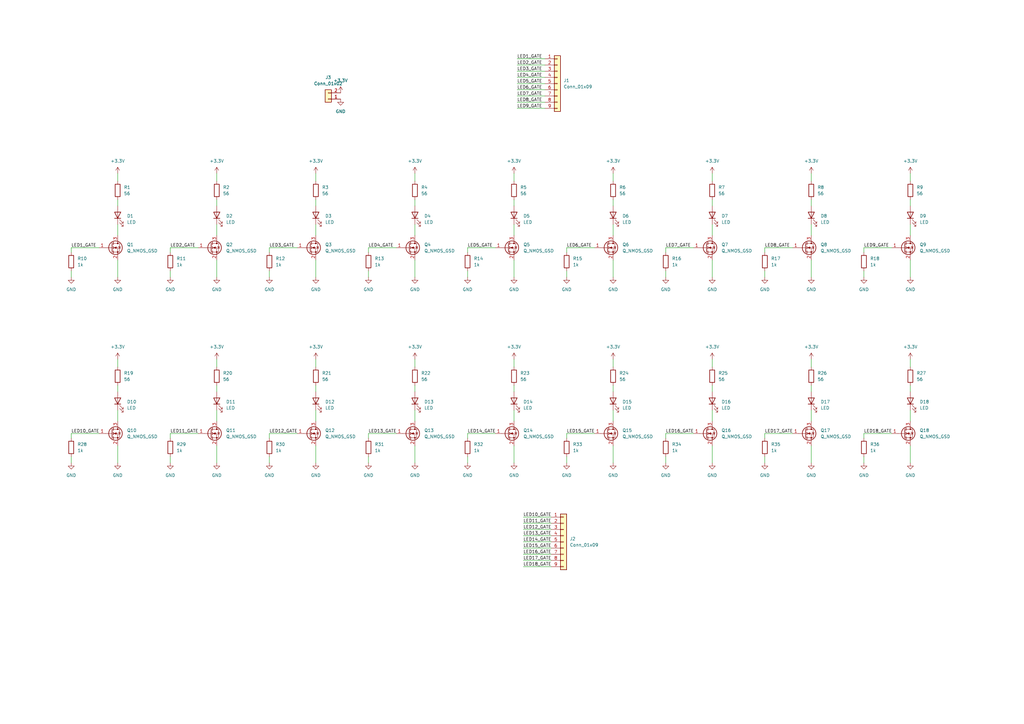
<source format=kicad_sch>
(kicad_sch (version 20231120) (generator "eeschema") (generator_version "8.0")
  (paper "A3")
  (lib_symbols
    (symbol "Connector_Generic:Conn_01x02" (pin_names (offset 1.016) hide)
      (property "Reference" "J" (at 0 2.54 0))
      (property "Value" "Conn_01x02" (at 0 -5.08 0))
      (symbol "Conn_01x02_1_1"
        (rectangle (start -1.27 -2.413) (end 0 -2.667) (stroke (width 0.1524)))
        (rectangle (start -1.27 0.127) (end 0 -0.127) (stroke (width 0.1524)))
        (rectangle (start -1.27 1.27) (end 1.27 -3.81) (stroke (width 0.254)) (fill (type background)))
        (pin passive line (at -5.08 0 0) (length 3.81) (name "Pin_1") (number "1"))
        (pin passive line (at -5.08 -2.54 0) (length 3.81) (name "Pin_2") (number "2"))
      )
    )
    (symbol "Connector_Generic:Conn_01x09" (pin_names (offset 1.016) hide)
      (property "Reference" "J" (at 0 12.7 0))
      (property "Value" "Conn_01x09" (at 0 -12.7 0))
      (symbol "Conn_01x09_1_1"
        (rectangle (start -1.27 -10.033) (end 0 -10.287) (stroke (width 0.1524)))
        (rectangle (start -1.27 -7.493) (end 0 -7.747) (stroke (width 0.1524)))
        (rectangle (start -1.27 -4.953) (end 0 -5.207) (stroke (width 0.1524)))
        (rectangle (start -1.27 -2.413) (end 0 -2.667) (stroke (width 0.1524)))
        (rectangle (start -1.27 0.127) (end 0 -0.127) (stroke (width 0.1524)))
        (rectangle (start -1.27 2.667) (end 0 2.413) (stroke (width 0.1524)))
        (rectangle (start -1.27 5.207) (end 0 4.953) (stroke (width 0.1524)))
        (rectangle (start -1.27 7.747) (end 0 7.493) (stroke (width 0.1524)))
        (rectangle (start -1.27 10.287) (end 0 10.033) (stroke (width 0.1524)))
        (rectangle (start -1.27 11.43) (end 1.27 -11.43) (stroke (width 0.254)) (fill (type background)))
        (pin passive line (at -5.08 10.16 0) (length 3.81) (name "Pin_1") (number "1"))
        (pin passive line (at -5.08 7.62 0) (length 3.81) (name "Pin_2") (number "2"))
        (pin passive line (at -5.08 5.08 0) (length 3.81) (name "Pin_3") (number "3"))
        (pin passive line (at -5.08 2.54 0) (length 3.81) (name "Pin_4") (number "4"))
        (pin passive line (at -5.08 0 0) (length 3.81) (name "Pin_5") (number "5"))
        (pin passive line (at -5.08 -2.54 0) (length 3.81) (name "Pin_6") (number "6"))
        (pin passive line (at -5.08 -5.08 0) (length 3.81) (name "Pin_7") (number "7"))
        (pin passive line (at -5.08 -7.62 0) (length 3.81) (name "Pin_8") (number "8"))
        (pin passive line (at -5.08 -10.16 0) (length 3.81) (name "Pin_9") (number "9"))
      )
    )
    (symbol "Device:LED" (pin_numbers hide) (pin_names (offset 1.016) hide)
      (property "Reference" "D" (at 0 2.54 0))
      (property "Value" "LED" (at 0 -2.54 0))
      (symbol "LED_0_1"
        (polyline (pts (xy -1.27 -1.27) (xy -1.27 1.27)) (stroke (width 0.254)))
        (polyline (pts (xy -1.27 0) (xy 1.27 0)))
        (polyline (pts (xy 1.27 -1.27) (xy 1.27 1.27) (xy -1.27 0) (xy 1.27 -1.27)) (stroke (width 0.254)))
        (polyline (pts (xy -3.048 -0.762) (xy -4.572 -2.286) (xy -3.81 -2.286) (xy -4.572 -2.286) (xy -4.572 -1.524)))
        (polyline (pts (xy -1.778 -0.762) (xy -3.302 -2.286) (xy -2.54 -2.286) (xy -3.302 -2.286) (xy -3.302 -1.524)))
      )
      (symbol "LED_1_1"
        (pin passive line (at -3.81 0 0) (length 2.54) (name "K") (number "1"))
        (pin passive line (at 3.81 0 180) (length 2.54) (name "A") (number "2"))
      )
    )
    (symbol "Device:Q_NMOS_GSD" (pin_names (offset 0) hide)
      (property "Reference" "Q" (at 5.08 1.27 0))
      (property "Value" "Q_NMOS_GSD" (at 5.08 -1.27 0))
      (symbol "Q_NMOS_GSD_0_1"
        (polyline (pts (xy 0.254 0) (xy -2.54 0)))
        (polyline (pts (xy 0.254 1.905) (xy 0.254 -1.905)) (stroke (width 0.254)))
        (polyline (pts (xy 0.762 -1.27) (xy 0.762 -2.286)) (stroke (width 0.254)))
        (polyline (pts (xy 0.762 0.508) (xy 0.762 -0.508)) (stroke (width 0.254)))
        (polyline (pts (xy 0.762 2.286) (xy 0.762 1.27)) (stroke (width 0.254)))
        (polyline (pts (xy 2.54 2.54) (xy 2.54 1.778)))
        (polyline (pts (xy 2.54 -2.54) (xy 2.54 0) (xy 0.762 0)))
        (polyline (pts (xy 0.762 -1.778) (xy 3.302 -1.778) (xy 3.302 1.778) (xy 0.762 1.778)))
        (polyline (pts (xy 1.016 0) (xy 2.032 0.381) (xy 2.032 -0.381) (xy 1.016 0)) (fill (type outline)))
        (polyline (pts (xy 2.794 0.508) (xy 2.921 0.381) (xy 3.683 0.381) (xy 3.81 0.254)))
        (polyline (pts (xy 3.302 0.381) (xy 2.921 -0.254) (xy 3.683 -0.254) (xy 3.302 0.381)))
        (circle (center 1.651 0) (radius 2.794) (stroke (width 0.254)))
        (circle (center 2.54 -1.778) (radius 0.254) (fill (type outline)))
        (circle (center 2.54 1.778) (radius 0.254) (fill (type outline)))
      )
      (symbol "Q_NMOS_GSD_1_1"
        (pin input line (at -5.08 0 0) (length 2.54) (name "G") (number "1"))
        (pin passive line (at 2.54 -5.08 90) (length 2.54) (name "S") (number "2"))
        (pin passive line (at 2.54 5.08 270) (length 2.54) (name "D") (number "3"))
      )
    )
    (symbol "Device:R" (pin_numbers hide) (pin_names (offset 0))
      (property "Reference" "R" (at 2.032 0 90))
      (property "Value" "R" (at 0 0 90))
      (symbol "R_0_1"
        (rectangle (start -1.016 -2.54) (end 1.016 2.54) (stroke (width 0.254)))
      )
      (symbol "R_1_1"
        (pin passive line (at 0 3.81 270) (length 1.27) (name "~") (number "1"))
        (pin passive line (at 0 -3.81 90) (length 1.27) (name "~") (number "2"))
      )
    )
    (symbol "power:+3.3V" (power) (pin_names (offset 0))
      (property "Value" "+3.3V" (at 0 3.556 0))
      (symbol "+3.3V_0_1"
        (polyline (pts (xy -0.762 1.27) (xy 0 2.54)))
        (polyline (pts (xy 0 0) (xy 0 2.54)))
        (polyline (pts (xy 0 2.54) (xy 0.762 1.27)))
      )
      (symbol "+3.3V_1_1"
        (pin power_in line (at 0 0 90) (length 0) hide (name "+3.3V") (number "1"))
      )
    )
    (symbol "power:GND" (power) (pin_names (offset 0))
      (property "Value" "GND" (at 0 -3.81 0))
      (symbol "GND_0_1"
        (polyline (pts (xy 0 0) (xy 0 -1.27) (xy 1.27 -1.27) (xy 0 -2.54) (xy -1.27 -1.27) (xy 0 -1.27)))
      )
      (symbol "GND_1_1"
        (pin power_in line (at 0 0 270) (length 0) hide (name "GND") (number "1"))
      )
    )
  )
  (wire (pts (xy 48.26 106.68) (xy 48.26 113.665)))
  (wire (pts (xy 88.9 147.32) (xy 88.9 150.495)))
  (wire (pts (xy 29.21 101.6) (xy 29.21 103.505)))
  (wire (pts (xy 129.54 92.075) (xy 129.54 96.52)))
  (wire (pts (xy 129.54 81.915) (xy 129.54 84.455)))
  (wire (pts (xy 151.13 101.6) (xy 162.56 101.6)))
  (wire (pts (xy 292.1 81.915) (xy 292.1 84.455)))
  (wire (pts (xy 354.33 187.325) (xy 354.33 189.865)))
  (wire (pts (xy 373.38 106.68) (xy 373.38 113.665)))
  (wire (pts (xy 373.38 158.115) (xy 373.38 160.655)))
  (wire (pts (xy 212.09 34.29) (xy 223.52 34.29)))
  (wire (pts (xy 170.18 81.915) (xy 170.18 84.455)))
  (wire (pts (xy 332.74 168.275) (xy 332.74 172.72)))
  (wire (pts (xy 292.1 158.115) (xy 292.1 160.655)))
  (wire (pts (xy 212.09 36.83) (xy 223.52 36.83)))
  (wire (pts (xy 292.1 92.075) (xy 292.1 96.52)))
  (wire (pts (xy 69.85 101.6) (xy 81.28 101.6)))
  (wire (pts (xy 313.69 187.325) (xy 313.69 189.865)))
  (wire (pts (xy 251.46 106.68) (xy 251.46 113.665)))
  (wire (pts (xy 214.63 229.87) (xy 226.06 229.87)))
  (wire (pts (xy 373.38 92.075) (xy 373.38 96.52)))
  (wire (pts (xy 373.38 147.32) (xy 373.38 150.495)))
  (wire (pts (xy 273.05 111.125) (xy 273.05 113.665)))
  (wire (pts (xy 273.05 177.8) (xy 284.48 177.8)))
  (wire (pts (xy 48.26 168.275) (xy 48.26 172.72)))
  (wire (pts (xy 151.13 177.8) (xy 151.13 179.705)))
  (wire (pts (xy 292.1 168.275) (xy 292.1 172.72)))
  (wire (pts (xy 48.26 182.88) (xy 48.26 189.865)))
  (wire (pts (xy 273.05 177.8) (xy 273.05 179.705)))
  (wire (pts (xy 251.46 92.075) (xy 251.46 96.52)))
  (wire (pts (xy 212.09 44.45) (xy 223.52 44.45)))
  (wire (pts (xy 110.49 177.8) (xy 110.49 179.705)))
  (wire (pts (xy 313.69 177.8) (xy 313.69 179.705)))
  (wire (pts (xy 151.13 111.125) (xy 151.13 113.665)))
  (wire (pts (xy 251.46 168.275) (xy 251.46 172.72)))
  (wire (pts (xy 214.63 212.09) (xy 226.06 212.09)))
  (wire (pts (xy 129.54 147.32) (xy 129.54 150.495)))
  (wire (pts (xy 191.77 187.325) (xy 191.77 189.865)))
  (wire (pts (xy 313.69 177.8) (xy 325.12 177.8)))
  (wire (pts (xy 88.9 92.075) (xy 88.9 96.52)))
  (wire (pts (xy 48.26 92.075) (xy 48.26 96.52)))
  (wire (pts (xy 232.41 187.325) (xy 232.41 189.865)))
  (wire (pts (xy 332.74 106.68) (xy 332.74 113.665)))
  (wire (pts (xy 332.74 92.075) (xy 332.74 96.52)))
  (wire (pts (xy 191.77 177.8) (xy 203.2 177.8)))
  (wire (pts (xy 214.63 222.25) (xy 226.06 222.25)))
  (wire (pts (xy 373.38 81.915) (xy 373.38 84.455)))
  (wire (pts (xy 251.46 71.12) (xy 251.46 74.295)))
  (wire (pts (xy 212.09 41.91) (xy 223.52 41.91)))
  (wire (pts (xy 214.63 224.79) (xy 226.06 224.79)))
  (wire (pts (xy 373.38 182.88) (xy 373.38 189.865)))
  (wire (pts (xy 210.82 106.68) (xy 210.82 113.665)))
  (wire (pts (xy 273.05 187.325) (xy 273.05 189.865)))
  (wire (pts (xy 151.13 101.6) (xy 151.13 103.505)))
  (wire (pts (xy 110.49 111.125) (xy 110.49 113.665)))
  (wire (pts (xy 110.49 101.6) (xy 110.49 103.505)))
  (wire (pts (xy 69.85 177.8) (xy 81.28 177.8)))
  (wire (pts (xy 354.33 101.6) (xy 365.76 101.6)))
  (wire (pts (xy 273.05 101.6) (xy 273.05 103.505)))
  (wire (pts (xy 29.21 187.325) (xy 29.21 189.865)))
  (wire (pts (xy 29.21 177.8) (xy 29.21 179.705)))
  (wire (pts (xy 110.49 101.6) (xy 121.92 101.6)))
  (wire (pts (xy 251.46 147.32) (xy 251.46 150.495)))
  (wire (pts (xy 88.9 168.275) (xy 88.9 172.72)))
  (wire (pts (xy 232.41 101.6) (xy 232.41 103.505)))
  (wire (pts (xy 170.18 182.88) (xy 170.18 189.865)))
  (wire (pts (xy 232.41 111.125) (xy 232.41 113.665)))
  (wire (pts (xy 313.69 101.6) (xy 325.12 101.6)))
  (wire (pts (xy 151.13 177.8) (xy 162.56 177.8)))
  (wire (pts (xy 251.46 182.88) (xy 251.46 189.865)))
  (wire (pts (xy 88.9 106.68) (xy 88.9 113.665)))
  (wire (pts (xy 332.74 158.115) (xy 332.74 160.655)))
  (wire (pts (xy 48.26 147.32) (xy 48.26 150.495)))
  (wire (pts (xy 210.82 147.32) (xy 210.82 150.495)))
  (wire (pts (xy 354.33 111.125) (xy 354.33 113.665)))
  (wire (pts (xy 214.63 227.33) (xy 226.06 227.33)))
  (wire (pts (xy 110.49 187.325) (xy 110.49 189.865)))
  (wire (pts (xy 110.49 177.8) (xy 121.92 177.8)))
  (wire (pts (xy 129.54 168.275) (xy 129.54 172.72)))
  (wire (pts (xy 129.54 182.88) (xy 129.54 189.865)))
  (wire (pts (xy 214.63 217.17) (xy 226.06 217.17)))
  (wire (pts (xy 251.46 158.115) (xy 251.46 160.655)))
  (wire (pts (xy 210.82 71.12) (xy 210.82 74.295)))
  (wire (pts (xy 292.1 147.32) (xy 292.1 150.495)))
  (wire (pts (xy 332.74 147.32) (xy 332.74 150.495)))
  (wire (pts (xy 151.13 187.325) (xy 151.13 189.865)))
  (wire (pts (xy 69.85 177.8) (xy 69.85 179.705)))
  (wire (pts (xy 210.82 81.915) (xy 210.82 84.455)))
  (wire (pts (xy 373.38 71.12) (xy 373.38 74.295)))
  (wire (pts (xy 191.77 101.6) (xy 203.2 101.6)))
  (wire (pts (xy 170.18 92.075) (xy 170.18 96.52)))
  (wire (pts (xy 354.33 177.8) (xy 365.76 177.8)))
  (wire (pts (xy 48.26 71.12) (xy 48.26 74.295)))
  (wire (pts (xy 313.69 101.6) (xy 313.69 103.505)))
  (wire (pts (xy 170.18 106.68) (xy 170.18 113.665)))
  (wire (pts (xy 210.82 168.275) (xy 210.82 172.72)))
  (wire (pts (xy 69.85 101.6) (xy 69.85 103.505)))
  (wire (pts (xy 48.26 81.915) (xy 48.26 84.455)))
  (wire (pts (xy 232.41 177.8) (xy 243.84 177.8)))
  (wire (pts (xy 210.82 158.115) (xy 210.82 160.655)))
  (wire (pts (xy 212.09 29.21) (xy 223.52 29.21)))
  (wire (pts (xy 373.38 168.275) (xy 373.38 172.72)))
  (wire (pts (xy 129.54 71.12) (xy 129.54 74.295)))
  (wire (pts (xy 191.77 111.125) (xy 191.77 113.665)))
  (wire (pts (xy 88.9 158.115) (xy 88.9 160.655)))
  (wire (pts (xy 232.41 177.8) (xy 232.41 179.705)))
  (wire (pts (xy 332.74 182.88) (xy 332.74 189.865)))
  (wire (pts (xy 170.18 71.12) (xy 170.18 74.295)))
  (wire (pts (xy 88.9 71.12) (xy 88.9 74.295)))
  (wire (pts (xy 210.82 182.88) (xy 210.82 189.865)))
  (wire (pts (xy 313.69 111.125) (xy 313.69 113.665)))
  (wire (pts (xy 170.18 168.275) (xy 170.18 172.72)))
  (wire (pts (xy 292.1 182.88) (xy 292.1 189.865)))
  (wire (pts (xy 88.9 182.88) (xy 88.9 189.865)))
  (wire (pts (xy 170.18 147.32) (xy 170.18 150.495)))
  (wire (pts (xy 273.05 101.6) (xy 284.48 101.6)))
  (wire (pts (xy 29.21 111.125) (xy 29.21 113.665)))
  (wire (pts (xy 214.63 219.71) (xy 226.06 219.71)))
  (wire (pts (xy 129.54 106.68) (xy 129.54 113.665)))
  (wire (pts (xy 210.82 92.075) (xy 210.82 96.52)))
  (wire (pts (xy 69.85 187.325) (xy 69.85 189.865)))
  (wire (pts (xy 214.63 214.63) (xy 226.06 214.63)))
  (wire (pts (xy 170.18 158.115) (xy 170.18 160.655)))
  (wire (pts (xy 354.33 177.8) (xy 354.33 179.705)))
  (wire (pts (xy 191.77 101.6) (xy 191.77 103.505)))
  (wire (pts (xy 292.1 106.68) (xy 292.1 113.665)))
  (wire (pts (xy 191.77 177.8) (xy 191.77 179.705)))
  (wire (pts (xy 332.74 71.12) (xy 332.74 74.295)))
  (wire (pts (xy 129.54 158.115) (xy 129.54 160.655)))
  (wire (pts (xy 88.9 81.915) (xy 88.9 84.455)))
  (wire (pts (xy 332.74 81.915) (xy 332.74 84.455)))
  (wire (pts (xy 292.1 71.12) (xy 292.1 74.295)))
  (wire (pts (xy 29.21 177.8) (xy 40.64 177.8)))
  (wire (pts (xy 29.21 101.6) (xy 40.64 101.6)))
  (wire (pts (xy 212.09 39.37) (xy 223.52 39.37)))
  (wire (pts (xy 48.26 158.115) (xy 48.26 160.655)))
  (wire (pts (xy 251.46 81.915) (xy 251.46 84.455)))
  (wire (pts (xy 354.33 101.6) (xy 354.33 103.505)))
  (wire (pts (xy 212.09 26.67) (xy 223.52 26.67)))
  (wire (pts (xy 69.85 111.125) (xy 69.85 113.665)))
  (wire (pts (xy 214.63 232.41) (xy 226.06 232.41)))
  (wire (pts (xy 212.09 31.75) (xy 223.52 31.75)))
  (wire (pts (xy 232.41 101.6) (xy 243.84 101.6)))
  (wire (pts (xy 212.09 24.13) (xy 223.52 24.13)))
  (label "LED11_GATE" (at 69.85 177.8 0))
  (label "LED3_GATE" (at 110.49 101.6 0))
  (label "LED5_GATE" (at 191.77 101.6 0))
  (label "LED4_GATE" (at 151.13 101.6 0))
  (label "LED12_GATE" (at 110.49 177.8 0))
  (label "LED15_GATE" (at 232.41 177.8 0))
  (label "LED9_GATE" (at 212.09 44.45 0))
  (label "LED11_GATE" (at 214.63 214.63 0))
  (label "LED2_GATE" (at 212.09 26.67 0))
  (label "LED7_GATE" (at 273.05 101.6 0))
  (label "LED8_GATE" (at 212.09 41.91 0))
  (label "LED4_GATE" (at 212.09 31.75 0))
  (label "LED3_GATE" (at 212.09 29.21 0))
  (label "LED14_GATE" (at 191.77 177.8 0))
  (label "LED12_GATE" (at 214.63 217.17 0))
  (label "LED6_GATE" (at 232.41 101.6 0))
  (label "LED15_GATE" (at 214.63 224.79 0))
  (label "LED18_GATE" (at 354.33 177.8 0))
  (label "LED10_GATE" (at 214.63 212.09 0))
  (label "LED13_GATE" (at 214.63 219.71 0))
  (label "LED1_GATE" (at 29.21 101.6 0))
  (label "LED13_GATE" (at 151.13 177.8 0))
  (label "LED7_GATE" (at 212.09 39.37 0))
  (label "LED17_GATE" (at 214.63 229.87 0))
  (label "LED18_GATE" (at 214.63 232.41 0))
  (label "LED9_GATE" (at 354.33 101.6 0))
  (label "LED1_GATE" (at 212.09 24.13 0))
  (label "LED5_GATE" (at 212.09 34.29 0))
  (label "LED8_GATE" (at 313.69 101.6 0))
  (label "LED14_GATE" (at 214.63 222.25 0))
  (label "LED2_GATE" (at 69.85 101.6 0))
  (label "LED16_GATE" (at 214.63 227.33 0))
  (label "LED10_GATE" (at 29.21 177.8 0))
  (label "LED16_GATE" (at 273.05 177.8 0))
  (label "LED17_GATE" (at 313.69 177.8 0))
  (label "LED6_GATE" (at 212.09 36.83 0))
  (symbol (lib_id "Device:R") (at 210.82 154.305 0) (unit 1)
    (property "Reference" "R23" (at 213.36 153.0349 0) (effects (justify left)))
    (property "Value" "56" (at 213.36 155.5749 0) (effects (justify left)))
    (property "Footprint" "Resistor_SMD:R_0402_1005Metric" (effects (hide yes)))
    (property "LCSC" "C25173" (effects (hide yes)))
  )
  (symbol (lib_id "power:GND") (at 48.26 113.665 0) (unit 1)
    (property "Reference" "#PWR013" (effects (hide yes)))
    (property "Value" "GND" (at 48.26 118.745 0))
  )
  (symbol (lib_id "power:GND") (at 88.9 113.665 0) (unit 1)
    (property "Reference" "#PWR015" (effects (hide yes)))
    (property "Value" "GND" (at 88.9 118.745 0))
  )
  (symbol (lib_id "power:GND") (at 88.9 189.865 0) (unit 1)
    (property "Reference" "#PWR042" (effects (hide yes)))
    (property "Value" "GND" (at 88.9 194.945 0))
  )
  (symbol (lib_id "power:GND") (at 110.49 189.865 0) (unit 1)
    (property "Reference" "#PWR043" (effects (hide yes)))
    (property "Value" "GND" (at 110.49 194.945 0))
  )
  (symbol (lib_id "power:+3.3V") (at 129.54 71.12 0) (unit 1)
    (property "Reference" "#PWR05" (effects (hide yes)))
    (property "Value" "+3.3V" (at 129.54 66.04 0))
  )
  (symbol (lib_id "Device:R") (at 110.49 183.515 0) (unit 1)
    (property "Reference" "R30" (at 113.03 182.2449 0) (effects (justify left)))
    (property "Value" "1k" (at 113.03 184.7849 0) (effects (justify left)))
    (property "Footprint" "Resistor_SMD:R_0402_1005Metric" (effects (hide yes)))
    (property "LCSC" "C25543" (effects (hide yes)))
  )
  (symbol (lib_id "Device:LED") (at 170.18 88.265 90) (unit 1)
    (property "Reference" "D4" (at 173.99 88.5824 90) (effects (justify right)))
    (property "Value" "LED" (at 173.99 91.1224 90) (effects (justify right)))
    (property "Footprint" "LED_SMD:LED_0603_1608Metric" (effects (hide yes)))
    (property "LCSC" "C965798" (effects (hide yes)))
  )
  (symbol (lib_id "power:+3.3V") (at 373.38 71.12 0) (unit 1)
    (property "Reference" "#PWR011" (effects (hide yes)))
    (property "Value" "+3.3V" (at 373.38 66.04 0))
  )
  (symbol (lib_id "power:GND") (at 170.18 113.665 0) (unit 1)
    (property "Reference" "#PWR019" (effects (hide yes)))
    (property "Value" "GND" (at 170.18 118.745 0))
  )
  (symbol (lib_id "power:+3.3V") (at 251.46 71.12 0) (unit 1)
    (property "Reference" "#PWR08" (effects (hide yes)))
    (property "Value" "+3.3V" (at 251.46 66.04 0))
  )
  (symbol (lib_id "power:GND") (at 373.38 189.865 0) (unit 1)
    (property "Reference" "#PWR056" (effects (hide yes)))
    (property "Value" "GND" (at 373.38 194.945 0))
  )
  (symbol (lib_id "Device:LED") (at 210.82 164.465 90) (unit 1)
    (property "Reference" "D14" (at 214.63 164.7824 90) (effects (justify right)))
    (property "Value" "LED" (at 214.63 167.3224 90) (effects (justify right)))
    (property "Footprint" "LED_SMD:LED_0603_1608Metric" (effects (hide yes)))
    (property "LCSC" "C965798" (effects (hide yes)))
  )
  (symbol (lib_id "Device:R") (at 232.41 107.315 0) (unit 1)
    (property "Reference" "R15" (at 234.95 106.0449 0) (effects (justify left)))
    (property "Value" "1k" (at 234.95 108.5849 0) (effects (justify left)))
    (property "Footprint" "Resistor_SMD:R_0402_1005Metric" (effects (hide yes)))
    (property "LCSC" "C25543" (effects (hide yes)))
  )
  (symbol (lib_id "power:GND") (at 48.26 189.865 0) (unit 1)
    (property "Reference" "#PWR040" (effects (hide yes)))
    (property "Value" "GND" (at 48.26 194.945 0))
  )
  (symbol (lib_id "power:+3.3V") (at 48.26 147.32 0) (unit 1)
    (property "Reference" "#PWR030" (effects (hide yes)))
    (property "Value" "+3.3V" (at 48.26 142.24 0))
  )
  (symbol (lib_id "power:GND") (at 210.82 113.665 0) (unit 1)
    (property "Reference" "#PWR021" (effects (hide yes)))
    (property "Value" "GND" (at 210.82 118.745 0))
  )
  (symbol (lib_id "power:GND") (at 373.38 113.665 0) (unit 1)
    (property "Reference" "#PWR029" (effects (hide yes)))
    (property "Value" "GND" (at 373.38 118.745 0))
  )
  (symbol (lib_id "power:GND") (at 292.1 113.665 0) (unit 1)
    (property "Reference" "#PWR025" (effects (hide yes)))
    (property "Value" "GND" (at 292.1 118.745 0))
  )
  (symbol (lib_id "Device:LED") (at 373.38 164.465 90) (unit 1)
    (property "Reference" "D18" (at 377.19 164.7824 90) (effects (justify right)))
    (property "Value" "LED" (at 377.19 167.3224 90) (effects (justify right)))
    (property "Footprint" "LED_SMD:LED_0603_1608Metric" (effects (hide yes)))
    (property "LCSC" "C965798" (effects (hide yes)))
  )
  (symbol (lib_id "power:GND") (at 354.33 113.665 0) (unit 1)
    (property "Reference" "#PWR028" (effects (hide yes)))
    (property "Value" "GND" (at 354.33 118.745 0))
  )
  (symbol (lib_id "power:GND") (at 332.74 113.665 0) (unit 1)
    (property "Reference" "#PWR027" (effects (hide yes)))
    (property "Value" "GND" (at 332.74 118.745 0))
  )
  (symbol (lib_id "Device:R") (at 129.54 154.305 0) (unit 1)
    (property "Reference" "R21" (at 132.08 153.0349 0) (effects (justify left)))
    (property "Value" "56" (at 132.08 155.5749 0) (effects (justify left)))
    (property "Footprint" "Resistor_SMD:R_0402_1005Metric" (effects (hide yes)))
    (property "LCSC" "C25173" (effects (hide yes)))
  )
  (symbol (lib_id "power:+3.3V") (at 210.82 147.32 0) (unit 1)
    (property "Reference" "#PWR034" (effects (hide yes)))
    (property "Value" "+3.3V" (at 210.82 142.24 0))
  )
  (symbol (lib_id "Device:Q_NMOS_GSD") (at 208.28 101.6 0) (unit 1)
    (property "Reference" "Q5" (at 214.63 100.3299 0) (effects (justify left)))
    (property "Value" "Q_NMOS_GSD" (at 214.63 102.8699 0) (effects (justify left)))
    (property "Footprint" "Package_TO_SOT_SMD:SOT-23" (effects (hide yes)))
    (property "LCSC" "C2874697" (effects (hide yes)))
  )
  (symbol (lib_id "Device:LED") (at 251.46 164.465 90) (unit 1)
    (property "Reference" "D15" (at 255.27 164.7824 90) (effects (justify right)))
    (property "Value" "LED" (at 255.27 167.3224 90) (effects (justify right)))
    (property "Footprint" "LED_SMD:LED_0603_1608Metric" (effects (hide yes)))
    (property "LCSC" "C965798" (effects (hide yes)))
  )
  (symbol (lib_id "power:+3.3V") (at 373.38 147.32 0) (unit 1)
    (property "Reference" "#PWR038" (effects (hide yes)))
    (property "Value" "+3.3V" (at 373.38 142.24 0))
  )
  (symbol (lib_id "Device:R") (at 29.21 107.315 0) (unit 1)
    (property "Reference" "R10" (at 31.75 106.0449 0) (effects (justify left)))
    (property "Value" "1k" (at 31.75 108.5849 0) (effects (justify left)))
    (property "Footprint" "Resistor_SMD:R_0402_1005Metric" (effects (hide yes)))
    (property "LCSC" "C25543" (effects (hide yes)))
  )
  (symbol (lib_id "Device:R") (at 129.54 78.105 0) (unit 1)
    (property "Reference" "R3" (at 132.08 76.8349 0) (effects (justify left)))
    (property "Value" "56" (at 132.08 79.3749 0) (effects (justify left)))
    (property "Footprint" "Resistor_SMD:R_0402_1005Metric" (effects (hide yes)))
    (property "LCSC" "C25173" (effects (hide yes)))
  )
  (symbol (lib_id "power:GND") (at 332.74 189.865 0) (unit 1)
    (property "Reference" "#PWR054" (effects (hide yes)))
    (property "Value" "GND" (at 332.74 194.945 0))
  )
  (symbol (lib_id "Device:Q_NMOS_GSD") (at 248.92 101.6 0) (unit 1)
    (property "Reference" "Q6" (at 255.27 100.3299 0) (effects (justify left)))
    (property "Value" "Q_NMOS_GSD" (at 255.27 102.8699 0) (effects (justify left)))
    (property "Footprint" "Package_TO_SOT_SMD:SOT-23" (effects (hide yes)))
    (property "LCSC" "C2874697" (effects (hide yes)))
  )
  (symbol (lib_id "Device:Q_NMOS_GSD") (at 370.84 101.6 0) (unit 1)
    (property "Reference" "Q9" (at 377.19 100.3299 0) (effects (justify left)))
    (property "Value" "Q_NMOS_GSD" (at 377.19 102.8699 0) (effects (justify left)))
    (property "Footprint" "Package_TO_SOT_SMD:SOT-23" (effects (hide yes)))
    (property "LCSC" "C2874697" (effects (hide yes)))
  )
  (symbol (lib_id "power:GND") (at 251.46 189.865 0) (unit 1)
    (property "Reference" "#PWR050" (effects (hide yes)))
    (property "Value" "GND" (at 251.46 194.945 0))
  )
  (symbol (lib_id "power:GND") (at 69.85 189.865 0) (unit 1)
    (property "Reference" "#PWR041" (effects (hide yes)))
    (property "Value" "GND" (at 69.85 194.945 0))
  )
  (symbol (lib_id "Device:R") (at 170.18 154.305 0) (unit 1)
    (property "Reference" "R22" (at 172.72 153.0349 0) (effects (justify left)))
    (property "Value" "56" (at 172.72 155.5749 0) (effects (justify left)))
    (property "Footprint" "Resistor_SMD:R_0402_1005Metric" (effects (hide yes)))
    (property "LCSC" "C25173" (effects (hide yes)))
  )
  (symbol (lib_id "Device:R") (at 373.38 78.105 0) (unit 1)
    (property "Reference" "R9" (at 375.92 76.8349 0) (effects (justify left)))
    (property "Value" "56" (at 375.92 79.3749 0) (effects (justify left)))
    (property "Footprint" "Resistor_SMD:R_0402_1005Metric" (effects (hide yes)))
    (property "LCSC" "C25173" (effects (hide yes)))
  )
  (symbol (lib_id "Device:R") (at 292.1 154.305 0) (unit 1)
    (property "Reference" "R25" (at 294.64 153.0349 0) (effects (justify left)))
    (property "Value" "56" (at 294.64 155.5749 0) (effects (justify left)))
    (property "Footprint" "Resistor_SMD:R_0402_1005Metric" (effects (hide yes)))
    (property "LCSC" "C25173" (effects (hide yes)))
  )
  (symbol (lib_id "Device:LED") (at 129.54 88.265 90) (unit 1)
    (property "Reference" "D3" (at 133.35 88.5824 90) (effects (justify right)))
    (property "Value" "LED" (at 133.35 91.1224 90) (effects (justify right)))
    (property "Footprint" "LED_SMD:LED_0603_1608Metric" (effects (hide yes)))
    (property "LCSC" "C965798" (effects (hide yes)))
  )
  (symbol (lib_id "Device:LED") (at 292.1 164.465 90) (unit 1)
    (property "Reference" "D16" (at 295.91 164.7824 90) (effects (justify right)))
    (property "Value" "LED" (at 295.91 167.3224 90) (effects (justify right)))
    (property "Footprint" "LED_SMD:LED_0603_1608Metric" (effects (hide yes)))
    (property "LCSC" "C965798" (effects (hide yes)))
  )
  (symbol (lib_id "power:+3.3V") (at 292.1 71.12 0) (unit 1)
    (property "Reference" "#PWR09" (effects (hide yes)))
    (property "Value" "+3.3V" (at 292.1 66.04 0))
  )
  (symbol (lib_id "power:GND") (at 139.7 40.64 0) (unit 1)
    (property "Reference" "#PWR02" (effects (hide yes)))
    (property "Value" "GND" (at 139.7 45.72 0))
  )
  (symbol (lib_id "power:+3.3V") (at 332.74 147.32 0) (unit 1)
    (property "Reference" "#PWR037" (effects (hide yes)))
    (property "Value" "+3.3V" (at 332.74 142.24 0))
  )
  (symbol (lib_id "power:GND") (at 29.21 113.665 0) (unit 1)
    (property "Reference" "#PWR012" (effects (hide yes)))
    (property "Value" "GND" (at 29.21 118.745 0))
  )
  (symbol (lib_id "Device:Q_NMOS_GSD") (at 127 177.8 0) (unit 1)
    (property "Reference" "Q12" (at 133.35 176.5299 0) (effects (justify left)))
    (property "Value" "Q_NMOS_GSD" (at 133.35 179.0699 0) (effects (justify left)))
    (property "Footprint" "Package_TO_SOT_SMD:SOT-23" (effects (hide yes)))
    (property "LCSC" "C2874697" (effects (hide yes)))
  )
  (symbol (lib_id "Device:R") (at 110.49 107.315 0) (unit 1)
    (property "Reference" "R12" (at 113.03 106.0449 0) (effects (justify left)))
    (property "Value" "1k" (at 113.03 108.5849 0) (effects (justify left)))
    (property "Footprint" "Resistor_SMD:R_0402_1005Metric" (effects (hide yes)))
    (property "LCSC" "C25543" (effects (hide yes)))
  )
  (symbol (lib_id "Device:LED") (at 332.74 88.265 90) (unit 1)
    (property "Reference" "D8" (at 336.55 88.5824 90) (effects (justify right)))
    (property "Value" "LED" (at 336.55 91.1224 90) (effects (justify right)))
    (property "Footprint" "LED_SMD:LED_0603_1608Metric" (effects (hide yes)))
    (property "LCSC" "C965798" (effects (hide yes)))
  )
  (symbol (lib_id "power:GND") (at 110.49 113.665 0) (unit 1)
    (property "Reference" "#PWR016" (effects (hide yes)))
    (property "Value" "GND" (at 110.49 118.745 0))
  )
  (symbol (lib_id "Device:R") (at 251.46 78.105 0) (unit 1)
    (property "Reference" "R6" (at 254 76.8349 0) (effects (justify left)))
    (property "Value" "56" (at 254 79.3749 0) (effects (justify left)))
    (property "Footprint" "Resistor_SMD:R_0402_1005Metric" (effects (hide yes)))
    (property "LCSC" "C25173" (effects (hide yes)))
  )
  (symbol (lib_id "Connector_Generic:Conn_01x09") (at 228.6 34.29 0) (unit 1)
    (property "Reference" "J1" (at 231.14 33.0199 0) (effects (justify left)))
    (property "Value" "Conn_01x09" (at 231.14 35.5599 0) (effects (justify left)))
    (property "Footprint" "Connector_PinHeader_2.54mm:PinHeader_1x09_P2.54mm_Vertical" (effects (hide yes)))
  )
  (symbol (lib_id "Device:R") (at 332.74 78.105 0) (unit 1)
    (property "Reference" "R8" (at 335.28 76.8349 0) (effects (justify left)))
    (property "Value" "56" (at 335.28 79.3749 0) (effects (justify left)))
    (property "Footprint" "Resistor_SMD:R_0402_1005Metric" (effects (hide yes)))
    (property "LCSC" "C25173" (effects (hide yes)))
  )
  (symbol (lib_id "Device:R") (at 210.82 78.105 0) (unit 1)
    (property "Reference" "R5" (at 213.36 76.8349 0) (effects (justify left)))
    (property "Value" "56" (at 213.36 79.3749 0) (effects (justify left)))
    (property "Footprint" "Resistor_SMD:R_0402_1005Metric" (effects (hide yes)))
    (property "LCSC" "C25173" (effects (hide yes)))
  )
  (symbol (lib_id "Device:R") (at 313.69 183.515 0) (unit 1)
    (property "Reference" "R35" (at 316.23 182.2449 0) (effects (justify left)))
    (property "Value" "1k" (at 316.23 184.7849 0) (effects (justify left)))
    (property "Footprint" "Resistor_SMD:R_0402_1005Metric" (effects (hide yes)))
    (property "LCSC" "C25543" (effects (hide yes)))
  )
  (symbol (lib_id "Device:R") (at 170.18 78.105 0) (unit 1)
    (property "Reference" "R4" (at 172.72 76.8349 0) (effects (justify left)))
    (property "Value" "56" (at 172.72 79.3749 0) (effects (justify left)))
    (property "Footprint" "Resistor_SMD:R_0402_1005Metric" (effects (hide yes)))
    (property "LCSC" "C25173" (effects (hide yes)))
  )
  (symbol (lib_id "Device:R") (at 48.26 154.305 0) (unit 1)
    (property "Reference" "R19" (at 50.8 153.0349 0) (effects (justify left)))
    (property "Value" "56" (at 50.8 155.5749 0) (effects (justify left)))
    (property "Footprint" "Resistor_SMD:R_0402_1005Metric" (effects (hide yes)))
    (property "LCSC" "C25173" (effects (hide yes)))
  )
  (symbol (lib_id "Connector_Generic:Conn_01x09") (at 231.14 222.25 0) (unit 1)
    (property "Reference" "J2" (at 233.68 220.9799 0) (effects (justify left)))
    (property "Value" "Conn_01x09" (at 233.68 223.5199 0) (effects (justify left)))
    (property "Footprint" "Connector_PinHeader_2.54mm:PinHeader_1x09_P2.54mm_Vertical" (effects (hide yes)))
  )
  (symbol (lib_id "Device:LED") (at 251.46 88.265 90) (unit 1)
    (property "Reference" "D6" (at 255.27 88.5824 90) (effects (justify right)))
    (property "Value" "LED" (at 255.27 91.1224 90) (effects (justify right)))
    (property "Footprint" "LED_SMD:LED_0603_1608Metric" (effects (hide yes)))
    (property "LCSC" "C965798" (effects (hide yes)))
  )
  (symbol (lib_id "power:+3.3V") (at 332.74 71.12 0) (unit 1)
    (property "Reference" "#PWR010" (effects (hide yes)))
    (property "Value" "+3.3V" (at 332.74 66.04 0))
  )
  (symbol (lib_id "power:GND") (at 313.69 113.665 0) (unit 1)
    (property "Reference" "#PWR026" (effects (hide yes)))
    (property "Value" "GND" (at 313.69 118.745 0))
  )
  (symbol (lib_id "power:GND") (at 273.05 189.865 0) (unit 1)
    (property "Reference" "#PWR051" (effects (hide yes)))
    (property "Value" "GND" (at 273.05 194.945 0))
  )
  (symbol (lib_id "Device:Q_NMOS_GSD") (at 127 101.6 0) (unit 1)
    (property "Reference" "Q3" (at 133.35 100.3299 0) (effects (justify left)))
    (property "Value" "Q_NMOS_GSD" (at 133.35 102.8699 0) (effects (justify left)))
    (property "Footprint" "Package_TO_SOT_SMD:SOT-23" (effects (hide yes)))
    (property "LCSC" "C2874697" (effects (hide yes)))
  )
  (symbol (lib_id "power:GND") (at 273.05 113.665 0) (unit 1)
    (property "Reference" "#PWR024" (effects (hide yes)))
    (property "Value" "GND" (at 273.05 118.745 0))
  )
  (symbol (lib_id "power:+3.3V") (at 129.54 147.32 0) (unit 1)
    (property "Reference" "#PWR032" (effects (hide yes)))
    (property "Value" "+3.3V" (at 129.54 142.24 0))
  )
  (symbol (lib_id "power:+3.3V") (at 48.26 71.12 0) (unit 1)
    (property "Reference" "#PWR03" (effects (hide yes)))
    (property "Value" "+3.3V" (at 48.26 66.04 0))
  )
  (symbol (lib_id "Device:R") (at 29.21 183.515 0) (unit 1)
    (property "Reference" "R28" (at 31.75 182.2449 0) (effects (justify left)))
    (property "Value" "1k" (at 31.75 184.7849 0) (effects (justify left)))
    (property "Footprint" "Resistor_SMD:R_0402_1005Metric" (effects (hide yes)))
    (property "LCSC" "C25543" (effects (hide yes)))
  )
  (symbol (lib_id "Device:Q_NMOS_GSD") (at 45.72 177.8 0) (unit 1)
    (property "Reference" "Q10" (at 52.07 176.5299 0) (effects (justify left)))
    (property "Value" "Q_NMOS_GSD" (at 52.07 179.0699 0) (effects (justify left)))
    (property "Footprint" "Package_TO_SOT_SMD:SOT-23" (effects (hide yes)))
    (property "LCSC" "C2874697" (effects (hide yes)))
  )
  (symbol (lib_id "power:GND") (at 129.54 189.865 0) (unit 1)
    (property "Reference" "#PWR044" (effects (hide yes)))
    (property "Value" "GND" (at 129.54 194.945 0))
  )
  (symbol (lib_id "power:GND") (at 313.69 189.865 0) (unit 1)
    (property "Reference" "#PWR053" (effects (hide yes)))
    (property "Value" "GND" (at 313.69 194.945 0))
  )
  (symbol (lib_id "Connector_Generic:Conn_01x02") (at 134.62 40.64 180) (unit 1)
    (property "Reference" "J3" (at 134.62 31.75 0))
    (property "Value" "Conn_01x02" (at 134.62 34.29 0))
    (property "Footprint" "Connector_PinHeader_2.54mm:PinHeader_1x02_P2.54mm_Vertical" (effects (hide yes)))
  )
  (symbol (lib_id "Device:Q_NMOS_GSD") (at 330.2 177.8 0) (unit 1)
    (property "Reference" "Q17" (at 336.55 176.5299 0) (effects (justify left)))
    (property "Value" "Q_NMOS_GSD" (at 336.55 179.0699 0) (effects (justify left)))
    (property "Footprint" "Package_TO_SOT_SMD:SOT-23" (effects (hide yes)))
    (property "LCSC" "C2874697" (effects (hide yes)))
  )
  (symbol (lib_id "Device:R") (at 151.13 183.515 0) (unit 1)
    (property "Reference" "R31" (at 153.67 182.2449 0) (effects (justify left)))
    (property "Value" "1k" (at 153.67 184.7849 0) (effects (justify left)))
    (property "Footprint" "Resistor_SMD:R_0402_1005Metric" (effects (hide yes)))
    (property "LCSC" "C25543" (effects (hide yes)))
  )
  (symbol (lib_id "Device:LED") (at 332.74 164.465 90) (unit 1)
    (property "Reference" "D17" (at 336.55 164.7824 90) (effects (justify right)))
    (property "Value" "LED" (at 336.55 167.3224 90) (effects (justify right)))
    (property "Footprint" "LED_SMD:LED_0603_1608Metric" (effects (hide yes)))
    (property "LCSC" "C965798" (effects (hide yes)))
  )
  (symbol (lib_id "Device:R") (at 292.1 78.105 0) (unit 1)
    (property "Reference" "R7" (at 294.64 76.8349 0) (effects (justify left)))
    (property "Value" "56" (at 294.64 79.3749 0) (effects (justify left)))
    (property "Footprint" "Resistor_SMD:R_0402_1005Metric" (effects (hide yes)))
    (property "LCSC" "C25173" (effects (hide yes)))
  )
  (symbol (lib_id "Device:LED") (at 129.54 164.465 90) (unit 1)
    (property "Reference" "D12" (at 133.35 164.7824 90) (effects (justify right)))
    (property "Value" "LED" (at 133.35 167.3224 90) (effects (justify right)))
    (property "Footprint" "LED_SMD:LED_0603_1608Metric" (effects (hide yes)))
    (property "LCSC" "C965798" (effects (hide yes)))
  )
  (symbol (lib_id "Device:R") (at 151.13 107.315 0) (unit 1)
    (property "Reference" "R13" (at 153.67 106.0449 0) (effects (justify left)))
    (property "Value" "1k" (at 153.67 108.5849 0) (effects (justify left)))
    (property "Footprint" "Resistor_SMD:R_0402_1005Metric" (effects (hide yes)))
    (property "LCSC" "C25543" (effects (hide yes)))
  )
  (symbol (lib_id "power:GND") (at 151.13 113.665 0) (unit 1)
    (property "Reference" "#PWR018" (effects (hide yes)))
    (property "Value" "GND" (at 151.13 118.745 0))
  )
  (symbol (lib_id "Device:Q_NMOS_GSD") (at 370.84 177.8 0) (unit 1)
    (property "Reference" "Q18" (at 377.19 176.5299 0) (effects (justify left)))
    (property "Value" "Q_NMOS_GSD" (at 377.19 179.0699 0) (effects (justify left)))
    (property "Footprint" "Package_TO_SOT_SMD:SOT-23" (effects (hide yes)))
    (property "LCSC" "C2874697" (effects (hide yes)))
  )
  (symbol (lib_id "Device:R") (at 88.9 154.305 0) (unit 1)
    (property "Reference" "R20" (at 91.44 153.0349 0) (effects (justify left)))
    (property "Value" "56" (at 91.44 155.5749 0) (effects (justify left)))
    (property "Footprint" "Resistor_SMD:R_0402_1005Metric" (effects (hide yes)))
    (property "LCSC" "C25173" (effects (hide yes)))
  )
  (symbol (lib_id "Device:R") (at 313.69 107.315 0) (unit 1)
    (property "Reference" "R17" (at 316.23 106.0449 0) (effects (justify left)))
    (property "Value" "1k" (at 316.23 108.5849 0) (effects (justify left)))
    (property "Footprint" "Resistor_SMD:R_0402_1005Metric" (effects (hide yes)))
    (property "LCSC" "C25543" (effects (hide yes)))
  )
  (symbol (lib_id "power:+3.3V") (at 170.18 147.32 0) (unit 1)
    (property "Reference" "#PWR033" (effects (hide yes)))
    (property "Value" "+3.3V" (at 170.18 142.24 0))
  )
  (symbol (lib_id "Device:R") (at 273.05 107.315 0) (unit 1)
    (property "Reference" "R16" (at 275.59 106.0449 0) (effects (justify left)))
    (property "Value" "1k" (at 275.59 108.5849 0) (effects (justify left)))
    (property "Footprint" "Resistor_SMD:R_0402_1005Metric" (effects (hide yes)))
    (property "LCSC" "C25543" (effects (hide yes)))
  )
  (symbol (lib_id "power:+3.3V") (at 251.46 147.32 0) (unit 1)
    (property "Reference" "#PWR035" (effects (hide yes)))
    (property "Value" "+3.3V" (at 251.46 142.24 0))
  )
  (symbol (lib_id "Device:LED") (at 48.26 88.265 90) (unit 1)
    (property "Reference" "D1" (at 52.07 88.5824 90) (effects (justify right)))
    (property "Value" "LED" (at 52.07 91.1224 90) (effects (justify right)))
    (property "Footprint" "LED_SMD:LED_0603_1608Metric" (effects (hide yes)))
    (property "LCSC" "C965798" (effects (hide yes)))
  )
  (symbol (lib_id "Device:R") (at 354.33 107.315 0) (unit 1)
    (property "Reference" "R18" (at 356.87 106.0449 0) (effects (justify left)))
    (property "Value" "1k" (at 356.87 108.5849 0) (effects (justify left)))
    (property "Footprint" "Resistor_SMD:R_0402_1005Metric" (effects (hide yes)))
    (property "LCSC" "C25543" (effects (hide yes)))
  )
  (symbol (lib_id "power:GND") (at 191.77 113.665 0) (unit 1)
    (property "Reference" "#PWR020" (effects (hide yes)))
    (property "Value" "GND" (at 191.77 118.745 0))
  )
  (symbol (lib_id "power:GND") (at 151.13 189.865 0) (unit 1)
    (property "Reference" "#PWR045" (effects (hide yes)))
    (property "Value" "GND" (at 151.13 194.945 0))
  )
  (symbol (lib_id "Device:LED") (at 292.1 88.265 90) (unit 1)
    (property "Reference" "D7" (at 295.91 88.5824 90) (effects (justify right)))
    (property "Value" "LED" (at 295.91 91.1224 90) (effects (justify right)))
    (property "Footprint" "LED_SMD:LED_0603_1608Metric" (effects (hide yes)))
    (property "LCSC" "C965798" (effects (hide yes)))
  )
  (symbol (lib_id "power:+3.3V") (at 139.7 38.1 0) (unit 1)
    (property "Reference" "#PWR01" (effects (hide yes)))
    (property "Value" "+3.3V" (at 139.7 33.02 0))
  )
  (symbol (lib_id "power:GND") (at 210.82 189.865 0) (unit 1)
    (property "Reference" "#PWR048" (effects (hide yes)))
    (property "Value" "GND" (at 210.82 194.945 0))
  )
  (symbol (lib_id "power:+3.3V") (at 210.82 71.12 0) (unit 1)
    (property "Reference" "#PWR07" (effects (hide yes)))
    (property "Value" "+3.3V" (at 210.82 66.04 0))
  )
  (symbol (lib_id "Device:Q_NMOS_GSD") (at 86.36 177.8 0) (unit 1)
    (property "Reference" "Q11" (at 92.71 176.5299 0) (effects (justify left)))
    (property "Value" "Q_NMOS_GSD" (at 92.71 179.0699 0) (effects (justify left)))
    (property "Footprint" "Package_TO_SOT_SMD:SOT-23" (effects (hide yes)))
    (property "LCSC" "C2874697" (effects (hide yes)))
  )
  (symbol (lib_id "power:+3.3V") (at 292.1 147.32 0) (unit 1)
    (property "Reference" "#PWR036" (effects (hide yes)))
    (property "Value" "+3.3V" (at 292.1 142.24 0))
  )
  (symbol (lib_id "Device:Q_NMOS_GSD") (at 45.72 101.6 0) (unit 1)
    (property "Reference" "Q1" (at 52.07 100.3299 0) (effects (justify left)))
    (property "Value" "Q_NMOS_GSD" (at 52.07 102.8699 0) (effects (justify left)))
    (property "Footprint" "Package_TO_SOT_SMD:SOT-23" (effects (hide yes)))
    (property "LCSC" "C2874697" (effects (hide yes)))
  )
  (symbol (lib_id "Device:Q_NMOS_GSD") (at 330.2 101.6 0) (unit 1)
    (property "Reference" "Q8" (at 336.55 100.3299 0) (effects (justify left)))
    (property "Value" "Q_NMOS_GSD" (at 336.55 102.8699 0) (effects (justify left)))
    (property "Footprint" "Package_TO_SOT_SMD:SOT-23" (effects (hide yes)))
    (property "LCSC" "C2874697" (effects (hide yes)))
  )
  (symbol (lib_id "power:+3.3V") (at 88.9 71.12 0) (unit 1)
    (property "Reference" "#PWR04" (effects (hide yes)))
    (property "Value" "+3.3V" (at 88.9 66.04 0))
  )
  (symbol (lib_id "power:GND") (at 170.18 189.865 0) (unit 1)
    (property "Reference" "#PWR046" (effects (hide yes)))
    (property "Value" "GND" (at 170.18 194.945 0))
  )
  (symbol (lib_id "Device:R") (at 273.05 183.515 0) (unit 1)
    (property "Reference" "R34" (at 275.59 182.2449 0) (effects (justify left)))
    (property "Value" "1k" (at 275.59 184.7849 0) (effects (justify left)))
    (property "Footprint" "Resistor_SMD:R_0402_1005Metric" (effects (hide yes)))
    (property "LCSC" "C25543" (effects (hide yes)))
  )
  (symbol (lib_id "Device:R") (at 88.9 78.105 0) (unit 1)
    (property "Reference" "R2" (at 91.44 76.8349 0) (effects (justify left)))
    (property "Value" "56" (at 91.44 79.3749 0) (effects (justify left)))
    (property "Footprint" "Resistor_SMD:R_0402_1005Metric" (effects (hide yes)))
    (property "LCSC" "C25173" (effects (hide yes)))
  )
  (symbol (lib_id "Device:LED") (at 373.38 88.265 90) (unit 1)
    (property "Reference" "D9" (at 377.19 88.5824 90) (effects (justify right)))
    (property "Value" "LED" (at 377.19 91.1224 90) (effects (justify right)))
    (property "Footprint" "LED_SMD:LED_0603_1608Metric" (effects (hide yes)))
    (property "LCSC" "C965798" (effects (hide yes)))
  )
  (symbol (lib_id "power:GND") (at 69.85 113.665 0) (unit 1)
    (property "Reference" "#PWR014" (effects (hide yes)))
    (property "Value" "GND" (at 69.85 118.745 0))
  )
  (symbol (lib_id "Device:LED") (at 48.26 164.465 90) (unit 1)
    (property "Reference" "D10" (at 52.07 164.7824 90) (effects (justify right)))
    (property "Value" "LED" (at 52.07 167.3224 90) (effects (justify right)))
    (property "Footprint" "LED_SMD:LED_0603_1608Metric" (effects (hide yes)))
    (property "LCSC" "C965798" (effects (hide yes)))
  )
  (symbol (lib_id "Device:LED") (at 88.9 88.265 90) (unit 1)
    (property "Reference" "D2" (at 92.71 88.5824 90) (effects (justify right)))
    (property "Value" "LED" (at 92.71 91.1224 90) (effects (justify right)))
    (property "Footprint" "LED_SMD:LED_0603_1608Metric" (effects (hide yes)))
    (property "LCSC" "C965798" (effects (hide yes)))
  )
  (symbol (lib_id "power:GND") (at 292.1 189.865 0) (unit 1)
    (property "Reference" "#PWR052" (effects (hide yes)))
    (property "Value" "GND" (at 292.1 194.945 0))
  )
  (symbol (lib_id "power:GND") (at 29.21 189.865 0) (unit 1)
    (property "Reference" "#PWR039" (effects (hide yes)))
    (property "Value" "GND" (at 29.21 194.945 0))
  )
  (symbol (lib_id "Device:Q_NMOS_GSD") (at 289.56 177.8 0) (unit 1)
    (property "Reference" "Q16" (at 295.91 176.5299 0) (effects (justify left)))
    (property "Value" "Q_NMOS_GSD" (at 295.91 179.0699 0) (effects (justify left)))
    (property "Footprint" "Package_TO_SOT_SMD:SOT-23" (effects (hide yes)))
    (property "LCSC" "C2874697" (effects (hide yes)))
  )
  (symbol (lib_id "Device:R") (at 191.77 107.315 0) (unit 1)
    (property "Reference" "R14" (at 194.31 106.0449 0) (effects (justify left)))
    (property "Value" "1k" (at 194.31 108.5849 0) (effects (justify left)))
    (property "Footprint" "Resistor_SMD:R_0402_1005Metric" (effects (hide yes)))
    (property "LCSC" "C25543" (effects (hide yes)))
  )
  (symbol (lib_id "Device:R") (at 48.26 78.105 0) (unit 1)
    (property "Reference" "R1" (at 50.8 76.8349 0) (effects (justify left)))
    (property "Value" "56" (at 50.8 79.3749 0) (effects (justify left)))
    (property "Footprint" "Resistor_SMD:R_0402_1005Metric" (effects (hide yes)))
    (property "LCSC" "C25173" (effects (hide yes)))
  )
  (symbol (lib_id "Device:R") (at 69.85 183.515 0) (unit 1)
    (property "Reference" "R29" (at 72.39 182.2449 0) (effects (justify left)))
    (property "Value" "1k" (at 72.39 184.7849 0) (effects (justify left)))
    (property "Footprint" "Resistor_SMD:R_0402_1005Metric" (effects (hide yes)))
    (property "LCSC" "C25543" (effects (hide yes)))
  )
  (symbol (lib_id "Device:R") (at 69.85 107.315 0) (unit 1)
    (property "Reference" "R11" (at 72.39 106.0449 0) (effects (justify left)))
    (property "Value" "1k" (at 72.39 108.5849 0) (effects (justify left)))
    (property "Footprint" "Resistor_SMD:R_0402_1005Metric" (effects (hide yes)))
    (property "LCSC" "C25543" (effects (hide yes)))
  )
  (symbol (lib_id "power:+3.3V") (at 170.18 71.12 0) (unit 1)
    (property "Reference" "#PWR06" (effects (hide yes)))
    (property "Value" "+3.3V" (at 170.18 66.04 0))
  )
  (symbol (lib_id "Device:Q_NMOS_GSD") (at 167.64 101.6 0) (unit 1)
    (property "Reference" "Q4" (at 173.99 100.3299 0) (effects (justify left)))
    (property "Value" "Q_NMOS_GSD" (at 173.99 102.8699 0) (effects (justify left)))
    (property "Footprint" "Package_TO_SOT_SMD:SOT-23" (effects (hide yes)))
    (property "LCSC" "C2874697" (effects (hide yes)))
  )
  (symbol (lib_id "Device:Q_NMOS_GSD") (at 86.36 101.6 0) (unit 1)
    (property "Reference" "Q2" (at 92.71 100.3299 0) (effects (justify left)))
    (property "Value" "Q_NMOS_GSD" (at 92.71 102.8699 0) (effects (justify left)))
    (property "Footprint" "Package_TO_SOT_SMD:SOT-23" (effects (hide yes)))
    (property "LCSC" "C2874697" (effects (hide yes)))
  )
  (symbol (lib_id "power:GND") (at 191.77 189.865 0) (unit 1)
    (property "Reference" "#PWR047" (effects (hide yes)))
    (property "Value" "GND" (at 191.77 194.945 0))
  )
  (symbol (lib_id "Device:Q_NMOS_GSD") (at 167.64 177.8 0) (unit 1)
    (property "Reference" "Q13" (at 173.99 176.5299 0) (effects (justify left)))
    (property "Value" "Q_NMOS_GSD" (at 173.99 179.0699 0) (effects (justify left)))
    (property "Footprint" "Package_TO_SOT_SMD:SOT-23" (effects (hide yes)))
    (property "LCSC" "C2874697" (effects (hide yes)))
  )
  (symbol (lib_id "power:GND") (at 232.41 189.865 0) (unit 1)
    (property "Reference" "#PWR049" (effects (hide yes)))
    (property "Value" "GND" (at 232.41 194.945 0))
  )
  (symbol (lib_id "power:GND") (at 232.41 113.665 0) (unit 1)
    (property "Reference" "#PWR022" (effects (hide yes)))
    (property "Value" "GND" (at 232.41 118.745 0))
  )
  (symbol (lib_id "power:GND") (at 354.33 189.865 0) (unit 1)
    (property "Reference" "#PWR055" (effects (hide yes)))
    (property "Value" "GND" (at 354.33 194.945 0))
  )
  (symbol (lib_id "Device:Q_NMOS_GSD") (at 248.92 177.8 0) (unit 1)
    (property "Reference" "Q15" (at 255.27 176.5299 0) (effects (justify left)))
    (property "Value" "Q_NMOS_GSD" (at 255.27 179.0699 0) (effects (justify left)))
    (property "Footprint" "Package_TO_SOT_SMD:SOT-23" (effects (hide yes)))
    (property "LCSC" "C2874697" (effects (hide yes)))
  )
  (symbol (lib_id "Device:LED") (at 88.9 164.465 90) (unit 1)
    (property "Reference" "D11" (at 92.71 164.7824 90) (effects (justify right)))
    (property "Value" "LED" (at 92.71 167.3224 90) (effects (justify right)))
    (property "Footprint" "LED_SMD:LED_0603_1608Metric" (effects (hide yes)))
    (property "LCSC" "C965798" (effects (hide yes)))
  )
  (symbol (lib_id "power:GND") (at 129.54 113.665 0) (unit 1)
    (property "Reference" "#PWR017" (effects (hide yes)))
    (property "Value" "GND" (at 129.54 118.745 0))
  )
  (symbol (lib_id "Device:Q_NMOS_GSD") (at 208.28 177.8 0) (unit 1)
    (property "Reference" "Q14" (at 214.63 176.5299 0) (effects (justify left)))
    (property "Value" "Q_NMOS_GSD" (at 214.63 179.0699 0) (effects (justify left)))
    (property "Footprint" "Package_TO_SOT_SMD:SOT-23" (effects (hide yes)))
    (property "LCSC" "C2874697" (effects (hide yes)))
  )
  (symbol (lib_id "Device:Q_NMOS_GSD") (at 289.56 101.6 0) (unit 1)
    (property "Reference" "Q7" (at 295.91 100.3299 0) (effects (justify left)))
    (property "Value" "Q_NMOS_GSD" (at 295.91 102.8699 0) (effects (justify left)))
    (property "Footprint" "Package_TO_SOT_SMD:SOT-23" (effects (hide yes)))
    (property "LCSC" "C2874697" (effects (hide yes)))
  )
  (symbol (lib_id "Device:R") (at 373.38 154.305 0) (unit 1)
    (property "Reference" "R27" (at 375.92 153.0349 0) (effects (justify left)))
    (property "Value" "56" (at 375.92 155.5749 0) (effects (justify left)))
    (property "Footprint" "Resistor_SMD:R_0402_1005Metric" (effects (hide yes)))
    (property "LCSC" "C25173" (effects (hide yes)))
  )
  (symbol (lib_id "power:+3.3V") (at 88.9 147.32 0) (unit 1)
    (property "Reference" "#PWR031" (effects (hide yes)))
    (property "Value" "+3.3V" (at 88.9 142.24 0))
  )
  (symbol (lib_id "Device:R") (at 191.77 183.515 0) (unit 1)
    (property "Reference" "R32" (at 194.31 182.2449 0) (effects (justify left)))
    (property "Value" "1k" (at 194.31 184.7849 0) (effects (justify left)))
    (property "Footprint" "Resistor_SMD:R_0402_1005Metric" (effects (hide yes)))
    (property "LCSC" "C25543" (effects (hide yes)))
  )
  (symbol (lib_id "Device:LED") (at 170.18 164.465 90) (unit 1)
    (property "Reference" "D13" (at 173.99 164.7824 90) (effects (justify right)))
    (property "Value" "LED" (at 173.99 167.3224 90) (effects (justify right)))
    (property "Footprint" "LED_SMD:LED_0603_1608Metric" (effects (hide yes)))
    (property "LCSC" "C965798" (effects (hide yes)))
  )
  (symbol (lib_id "Device:R") (at 354.33 183.515 0) (unit 1)
    (property "Reference" "R36" (at 356.87 182.2449 0) (effects (justify left)))
    (property "Value" "1k" (at 356.87 184.7849 0) (effects (justify left)))
    (property "Footprint" "Resistor_SMD:R_0402_1005Metric" (effects (hide yes)))
    (property "LCSC" "C25543" (effects (hide yes)))
  )
  (symbol (lib_id "Device:LED") (at 210.82 88.265 90) (unit 1)
    (property "Reference" "D5" (at 214.63 88.5824 90) (effects (justify right)))
    (property "Value" "LED" (at 214.63 91.1224 90) (effects (justify right)))
    (property "Footprint" "LED_SMD:LED_0603_1608Metric" (effects (hide yes)))
    (property "LCSC" "C965798" (effects (hide yes)))
  )
  (symbol (lib_id "power:GND") (at 251.46 113.665 0) (unit 1)
    (property "Reference" "#PWR023" (effects (hide yes)))
    (property "Value" "GND" (at 251.46 118.745 0))
  )
  (symbol (lib_id "Device:R") (at 232.41 183.515 0) (unit 1)
    (property "Reference" "R33" (at 234.95 182.2449 0) (effects (justify left)))
    (property "Value" "1k" (at 234.95 184.7849 0) (effects (justify left)))
    (property "Footprint" "Resistor_SMD:R_0402_1005Metric" (effects (hide yes)))
    (property "LCSC" "C25543" (effects (hide yes)))
  )
  (symbol (lib_id "Device:R") (at 251.46 154.305 0) (unit 1)
    (property "Reference" "R24" (at 254 153.0349 0) (effects (justify left)))
    (property "Value" "56" (at 254 155.5749 0) (effects (justify left)))
    (property "Footprint" "Resistor_SMD:R_0402_1005Metric" (effects (hide yes)))
    (property "LCSC" "C25173" (effects (hide yes)))
  )
  (symbol (lib_id "Device:R") (at 332.74 154.305 0) (unit 1)
    (property "Reference" "R26" (at 335.28 153.0349 0) (effects (justify left)))
    (property "Value" "56" (at 335.28 155.5749 0) (effects (justify left)))
    (property "Footprint" "Resistor_SMD:R_0402_1005Metric" (effects (hide yes)))
    (property "LCSC" "C25173" (effects (hide yes)))
  )
)
</source>
